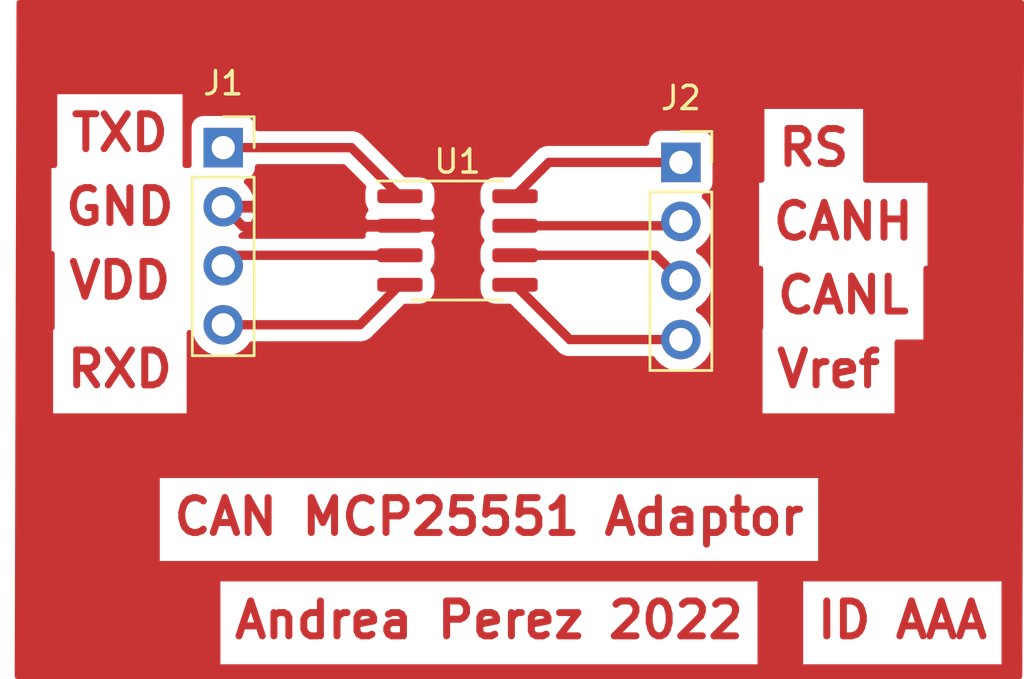
<source format=kicad_pcb>
(kicad_pcb (version 20171130) (host pcbnew 5.1.5+dfsg1-2build2)

  (general
    (thickness 1.6)
    (drawings 11)
    (tracks 21)
    (zones 0)
    (modules 3)
    (nets 9)
  )

  (page A4)
  (layers
    (0 F.Cu signal)
    (31 B.Cu signal)
    (32 B.Adhes user)
    (33 F.Adhes user)
    (34 B.Paste user)
    (35 F.Paste user)
    (36 B.SilkS user)
    (37 F.SilkS user)
    (38 B.Mask user)
    (39 F.Mask user)
    (40 Dwgs.User user)
    (41 Cmts.User user)
    (42 Eco1.User user)
    (43 Eco2.User user)
    (44 Edge.Cuts user)
    (45 Margin user)
    (46 B.CrtYd user)
    (47 F.CrtYd user)
    (48 B.Fab user)
    (49 F.Fab user)
  )

  (setup
    (last_trace_width 0.4)
    (user_trace_width 0.4)
    (trace_clearance 0.2)
    (zone_clearance 0.508)
    (zone_45_only no)
    (trace_min 0.2)
    (via_size 0.8)
    (via_drill 0.4)
    (via_min_size 0.4)
    (via_min_drill 0.3)
    (uvia_size 0.3)
    (uvia_drill 0.1)
    (uvias_allowed no)
    (uvia_min_size 0.2)
    (uvia_min_drill 0.1)
    (edge_width 0.05)
    (segment_width 0.2)
    (pcb_text_width 0.3)
    (pcb_text_size 1.5 1.5)
    (mod_edge_width 0.12)
    (mod_text_size 1 1)
    (mod_text_width 0.15)
    (pad_size 1.524 1.524)
    (pad_drill 0.762)
    (pad_to_mask_clearance 0.051)
    (solder_mask_min_width 0.25)
    (aux_axis_origin 0 0)
    (visible_elements FFFFFF7F)
    (pcbplotparams
      (layerselection 0x010fc_ffffffff)
      (usegerberextensions false)
      (usegerberattributes false)
      (usegerberadvancedattributes false)
      (creategerberjobfile false)
      (excludeedgelayer true)
      (linewidth 0.100000)
      (plotframeref false)
      (viasonmask false)
      (mode 1)
      (useauxorigin false)
      (hpglpennumber 1)
      (hpglpenspeed 20)
      (hpglpendiameter 15.000000)
      (psnegative false)
      (psa4output false)
      (plotreference true)
      (plotvalue true)
      (plotinvisibletext false)
      (padsonsilk false)
      (subtractmaskfromsilk false)
      (outputformat 1)
      (mirror false)
      (drillshape 1)
      (scaleselection 1)
      (outputdirectory ""))
  )

  (net 0 "")
  (net 1 "Net-(J1-Pad1)")
  (net 2 "Net-(J2-Pad1)")
  (net 3 GND)
  (net 4 "Net-(J1-Pad3)")
  (net 5 "Net-(J2-Pad2)")
  (net 6 "Net-(J2-Pad4)")
  (net 7 "Net-(J2-Pad3)")
  (net 8 "Net-(J1-Pad4)")

  (net_class Default "Esta es la clase de red por defecto."
    (clearance 0.2)
    (trace_width 0.25)
    (via_dia 0.8)
    (via_drill 0.4)
    (uvia_dia 0.3)
    (uvia_drill 0.1)
    (add_net GND)
    (add_net "Net-(J1-Pad1)")
    (add_net "Net-(J1-Pad3)")
    (add_net "Net-(J1-Pad4)")
    (add_net "Net-(J2-Pad1)")
    (add_net "Net-(J2-Pad2)")
    (add_net "Net-(J2-Pad3)")
    (add_net "Net-(J2-Pad4)")
  )

  (module Connector_PinSocket_2.54mm:PinSocket_1x04_P2.54mm_Vertical (layer F.Cu) (tedit 5A19A429) (tstamp 61F17BCA)
    (at 53.975 31.75)
    (descr "Through hole straight socket strip, 1x04, 2.54mm pitch, single row (from Kicad 4.0.7), script generated")
    (tags "Through hole socket strip THT 1x04 2.54mm single row")
    (path /61F1A545)
    (fp_text reference J2 (at 0 -2.77) (layer F.SilkS)
      (effects (font (size 1 1) (thickness 0.15)))
    )
    (fp_text value Conn_01x04_MountingPin (at 0 10.39) (layer F.Fab)
      (effects (font (size 1 1) (thickness 0.15)))
    )
    (fp_line (start -1.27 -1.27) (end 0.635 -1.27) (layer F.Fab) (width 0.1))
    (fp_line (start 0.635 -1.27) (end 1.27 -0.635) (layer F.Fab) (width 0.1))
    (fp_line (start 1.27 -0.635) (end 1.27 8.89) (layer F.Fab) (width 0.1))
    (fp_line (start 1.27 8.89) (end -1.27 8.89) (layer F.Fab) (width 0.1))
    (fp_line (start -1.27 8.89) (end -1.27 -1.27) (layer F.Fab) (width 0.1))
    (fp_line (start -1.33 1.27) (end 1.33 1.27) (layer F.SilkS) (width 0.12))
    (fp_line (start -1.33 1.27) (end -1.33 8.95) (layer F.SilkS) (width 0.12))
    (fp_line (start -1.33 8.95) (end 1.33 8.95) (layer F.SilkS) (width 0.12))
    (fp_line (start 1.33 1.27) (end 1.33 8.95) (layer F.SilkS) (width 0.12))
    (fp_line (start 1.33 -1.33) (end 1.33 0) (layer F.SilkS) (width 0.12))
    (fp_line (start 0 -1.33) (end 1.33 -1.33) (layer F.SilkS) (width 0.12))
    (fp_line (start -1.8 -1.8) (end 1.75 -1.8) (layer F.CrtYd) (width 0.05))
    (fp_line (start 1.75 -1.8) (end 1.75 9.4) (layer F.CrtYd) (width 0.05))
    (fp_line (start 1.75 9.4) (end -1.8 9.4) (layer F.CrtYd) (width 0.05))
    (fp_line (start -1.8 9.4) (end -1.8 -1.8) (layer F.CrtYd) (width 0.05))
    (fp_text user %R (at 0 3.81 90) (layer F.Fab)
      (effects (font (size 1 1) (thickness 0.15)))
    )
    (pad 1 thru_hole rect (at 0 0) (size 1.7 1.7) (drill 1) (layers *.Cu *.Mask)
      (net 2 "Net-(J2-Pad1)"))
    (pad 2 thru_hole oval (at 0 2.54) (size 1.7 1.7) (drill 1) (layers *.Cu *.Mask)
      (net 5 "Net-(J2-Pad2)"))
    (pad 3 thru_hole oval (at 0 5.08) (size 1.7 1.7) (drill 1) (layers *.Cu *.Mask)
      (net 7 "Net-(J2-Pad3)"))
    (pad 4 thru_hole oval (at 0 7.62) (size 1.7 1.7) (drill 1) (layers *.Cu *.Mask)
      (net 6 "Net-(J2-Pad4)"))
    (model ${KISYS3DMOD}/Connector_PinSocket_2.54mm.3dshapes/PinSocket_1x04_P2.54mm_Vertical.wrl
      (at (xyz 0 0 0))
      (scale (xyz 1 1 1))
      (rotate (xyz 0 0 0))
    )
  )

  (module Package_SO:SOIC-8_3.9x4.9mm_P1.27mm (layer F.Cu) (tedit 5D9F72B1) (tstamp 61EF79A9)
    (at 44.365001 35.110001)
    (descr "SOIC, 8 Pin (JEDEC MS-012AA, https://www.analog.com/media/en/package-pcb-resources/package/pkg_pdf/soic_narrow-r/r_8.pdf), generated with kicad-footprint-generator ipc_gullwing_generator.py")
    (tags "SOIC SO")
    (path /61EF215D)
    (attr smd)
    (fp_text reference U1 (at 0 -3.4) (layer F.SilkS)
      (effects (font (size 1 1) (thickness 0.15)))
    )
    (fp_text value MCP2551-I-SN (at 0 3.4) (layer F.Fab)
      (effects (font (size 1 1) (thickness 0.15)))
    )
    (fp_line (start 0 2.56) (end 1.95 2.56) (layer F.SilkS) (width 0.12))
    (fp_line (start 0 2.56) (end -1.95 2.56) (layer F.SilkS) (width 0.12))
    (fp_line (start 0 -2.56) (end 1.95 -2.56) (layer F.SilkS) (width 0.12))
    (fp_line (start 0 -2.56) (end -3.45 -2.56) (layer F.SilkS) (width 0.12))
    (fp_line (start -0.975 -2.45) (end 1.95 -2.45) (layer F.Fab) (width 0.1))
    (fp_line (start 1.95 -2.45) (end 1.95 2.45) (layer F.Fab) (width 0.1))
    (fp_line (start 1.95 2.45) (end -1.95 2.45) (layer F.Fab) (width 0.1))
    (fp_line (start -1.95 2.45) (end -1.95 -1.475) (layer F.Fab) (width 0.1))
    (fp_line (start -1.95 -1.475) (end -0.975 -2.45) (layer F.Fab) (width 0.1))
    (fp_line (start -3.7 -2.7) (end -3.7 2.7) (layer F.CrtYd) (width 0.05))
    (fp_line (start -3.7 2.7) (end 3.7 2.7) (layer F.CrtYd) (width 0.05))
    (fp_line (start 3.7 2.7) (end 3.7 -2.7) (layer F.CrtYd) (width 0.05))
    (fp_line (start 3.7 -2.7) (end -3.7 -2.7) (layer F.CrtYd) (width 0.05))
    (fp_text user %R (at 0 0) (layer F.Fab)
      (effects (font (size 0.98 0.98) (thickness 0.15)))
    )
    (pad 1 smd roundrect (at -2.475 -1.905) (size 1.95 0.6) (layers F.Cu F.Paste F.Mask) (roundrect_rratio 0.25)
      (net 1 "Net-(J1-Pad1)"))
    (pad 2 smd roundrect (at -2.475 -0.635) (size 1.95 0.6) (layers F.Cu F.Paste F.Mask) (roundrect_rratio 0.25)
      (net 3 GND))
    (pad 3 smd roundrect (at -2.475 0.635) (size 1.95 0.6) (layers F.Cu F.Paste F.Mask) (roundrect_rratio 0.25)
      (net 4 "Net-(J1-Pad3)"))
    (pad 4 smd roundrect (at -2.475 1.905) (size 1.95 0.6) (layers F.Cu F.Paste F.Mask) (roundrect_rratio 0.25)
      (net 8 "Net-(J1-Pad4)"))
    (pad 5 smd roundrect (at 2.475 1.905) (size 1.95 0.6) (layers F.Cu F.Paste F.Mask) (roundrect_rratio 0.25)
      (net 6 "Net-(J2-Pad4)"))
    (pad 6 smd roundrect (at 2.475 0.635) (size 1.95 0.6) (layers F.Cu F.Paste F.Mask) (roundrect_rratio 0.25)
      (net 7 "Net-(J2-Pad3)"))
    (pad 7 smd roundrect (at 2.475 -0.635) (size 1.95 0.6) (layers F.Cu F.Paste F.Mask) (roundrect_rratio 0.25)
      (net 5 "Net-(J2-Pad2)"))
    (pad 8 smd roundrect (at 2.475 -1.905) (size 1.95 0.6) (layers F.Cu F.Paste F.Mask) (roundrect_rratio 0.25)
      (net 2 "Net-(J2-Pad1)"))
    (model ${KISYS3DMOD}/Package_SO.3dshapes/SOIC-8_3.9x4.9mm_P1.27mm.wrl
      (at (xyz 0 0 0))
      (scale (xyz 1 1 1))
      (rotate (xyz 0 0 0))
    )
  )

  (module Connector_PinSocket_2.54mm:PinSocket_1x04_P2.54mm_Vertical (layer F.Cu) (tedit 5A19A429) (tstamp 61F17DC3)
    (at 34.29 31.115)
    (descr "Through hole straight socket strip, 1x04, 2.54mm pitch, single row (from Kicad 4.0.7), script generated")
    (tags "Through hole socket strip THT 1x04 2.54mm single row")
    (path /61F22E11)
    (fp_text reference J1 (at 0 -2.77) (layer F.SilkS)
      (effects (font (size 1 1) (thickness 0.15)))
    )
    (fp_text value Conn_01x04_MountingPin (at 0 10.39) (layer F.Fab)
      (effects (font (size 1 1) (thickness 0.15)))
    )
    (fp_line (start -1.27 -1.27) (end 0.635 -1.27) (layer F.Fab) (width 0.1))
    (fp_line (start 0.635 -1.27) (end 1.27 -0.635) (layer F.Fab) (width 0.1))
    (fp_line (start 1.27 -0.635) (end 1.27 8.89) (layer F.Fab) (width 0.1))
    (fp_line (start 1.27 8.89) (end -1.27 8.89) (layer F.Fab) (width 0.1))
    (fp_line (start -1.27 8.89) (end -1.27 -1.27) (layer F.Fab) (width 0.1))
    (fp_line (start -1.33 1.27) (end 1.33 1.27) (layer F.SilkS) (width 0.12))
    (fp_line (start -1.33 1.27) (end -1.33 8.95) (layer F.SilkS) (width 0.12))
    (fp_line (start -1.33 8.95) (end 1.33 8.95) (layer F.SilkS) (width 0.12))
    (fp_line (start 1.33 1.27) (end 1.33 8.95) (layer F.SilkS) (width 0.12))
    (fp_line (start 1.33 -1.33) (end 1.33 0) (layer F.SilkS) (width 0.12))
    (fp_line (start 0 -1.33) (end 1.33 -1.33) (layer F.SilkS) (width 0.12))
    (fp_line (start -1.8 -1.8) (end 1.75 -1.8) (layer F.CrtYd) (width 0.05))
    (fp_line (start 1.75 -1.8) (end 1.75 9.4) (layer F.CrtYd) (width 0.05))
    (fp_line (start 1.75 9.4) (end -1.8 9.4) (layer F.CrtYd) (width 0.05))
    (fp_line (start -1.8 9.4) (end -1.8 -1.8) (layer F.CrtYd) (width 0.05))
    (fp_text user %R (at 0 3.81 90) (layer F.Fab)
      (effects (font (size 1 1) (thickness 0.15)))
    )
    (pad 1 thru_hole rect (at 0 0) (size 1.7 1.7) (drill 1) (layers *.Cu *.Mask)
      (net 1 "Net-(J1-Pad1)"))
    (pad 2 thru_hole oval (at 0 2.54) (size 1.7 1.7) (drill 1) (layers *.Cu *.Mask)
      (net 3 GND))
    (pad 3 thru_hole oval (at 0 5.08) (size 1.7 1.7) (drill 1) (layers *.Cu *.Mask)
      (net 4 "Net-(J1-Pad3)"))
    (pad 4 thru_hole oval (at 0 7.62) (size 1.7 1.7) (drill 1) (layers *.Cu *.Mask)
      (net 8 "Net-(J1-Pad4)"))
    (model ${KISYS3DMOD}/Connector_PinSocket_2.54mm.3dshapes/PinSocket_1x04_P2.54mm_Vertical.wrl
      (at (xyz 0 0 0))
      (scale (xyz 1 1 1))
      (rotate (xyz 0 0 0))
    )
  )

  (gr_text "ID AAA" (at 63.5 51.435) (layer F.Cu)
    (effects (font (size 1.5 1.5) (thickness 0.3)))
  )
  (gr_text "Andrea Perez 2022" (at 45.72 51.435) (layer F.Cu)
    (effects (font (size 1.5 1.5) (thickness 0.3)))
  )
  (gr_text GND (at 29.845 33.655) (layer F.Cu)
    (effects (font (size 1.5 1.5) (thickness 0.3)))
  )
  (gr_text "CAN MCP25551 Adaptor" (at 45.72 46.99) (layer F.Cu)
    (effects (font (size 1.5 1.5) (thickness 0.3)))
  )
  (gr_text Vref (at 60.325 40.64) (layer F.Cu)
    (effects (font (size 1.5 1.5) (thickness 0.3)))
  )
  (gr_text CANH (at 60.96 34.29) (layer F.Cu)
    (effects (font (size 1.5 1.5) (thickness 0.3)))
  )
  (gr_text CANL (at 60.96 37.465) (layer F.Cu)
    (effects (font (size 1.5 1.5) (thickness 0.3)))
  )
  (gr_text RS (at 59.69 31.115) (layer F.Cu)
    (effects (font (size 1.5 1.5) (thickness 0.3)))
  )
  (gr_text RXD (at 29.845 40.64) (layer F.Cu)
    (effects (font (size 1.5 1.5) (thickness 0.3)))
  )
  (gr_text VDD (at 29.845 36.83) (layer F.Cu)
    (effects (font (size 1.5 1.5) (thickness 0.3)))
  )
  (gr_text TXD (at 29.845 30.48) (layer F.Cu)
    (effects (font (size 1.5 1.5) (thickness 0.3)))
  )

  (segment (start 41.705 33.02) (end 41.890001 33.205001) (width 0.25) (layer F.Cu) (net 1))
  (segment (start 39.8 31.115) (end 41.890001 33.205001) (width 0.4) (layer F.Cu) (net 1))
  (segment (start 34.29 31.115) (end 39.8 31.115) (width 0.4) (layer F.Cu) (net 1))
  (segment (start 48.295002 31.75) (end 53.975 31.75) (width 0.4) (layer F.Cu) (net 2))
  (segment (start 46.840001 33.205001) (end 48.295002 31.75) (width 0.4) (layer F.Cu) (net 2))
  (segment (start 40.915001 34.475001) (end 41.890001 34.475001) (width 0.25) (layer F.Cu) (net 3))
  (segment (start 41.860003 34.504999) (end 41.890001 34.475001) (width 0.4) (layer F.Cu) (net 3))
  (segment (start 35.139999 34.504999) (end 41.860003 34.504999) (width 0.4) (layer F.Cu) (net 3))
  (segment (start 34.29 33.655) (end 35.139999 34.504999) (width 0.4) (layer F.Cu) (net 3))
  (segment (start 40.915001 35.745001) (end 41.890001 35.745001) (width 0.4) (layer F.Cu) (net 4))
  (segment (start 34.739999 35.745001) (end 34.29 36.195) (width 0.4) (layer F.Cu) (net 4))
  (segment (start 41.890001 35.745001) (end 34.739999 35.745001) (width 0.4) (layer F.Cu) (net 4))
  (segment (start 53.789999 34.475001) (end 53.975 34.29) (width 0.4) (layer F.Cu) (net 5))
  (segment (start 46.840001 34.475001) (end 53.789999 34.475001) (width 0.4) (layer F.Cu) (net 5))
  (segment (start 46.840001 37.015001) (end 49.195 39.37) (width 0.4) (layer F.Cu) (net 6))
  (segment (start 49.195 39.37) (end 53.975 39.37) (width 0.4) (layer F.Cu) (net 6))
  (segment (start 47.815001 35.745001) (end 46.840001 35.745001) (width 0.4) (layer F.Cu) (net 7))
  (segment (start 52.890001 35.745001) (end 46.840001 35.745001) (width 0.4) (layer F.Cu) (net 7))
  (segment (start 53.975 36.83) (end 52.890001 35.745001) (width 0.4) (layer F.Cu) (net 7))
  (segment (start 40.170002 38.735) (end 41.890001 37.015001) (width 0.4) (layer F.Cu) (net 8))
  (segment (start 34.29 38.735) (end 40.170002 38.735) (width 0.4) (layer F.Cu) (net 8))

  (zone (net 3) (net_name GND) (layer F.Cu) (tstamp 61F180F8) (hatch edge 0.508)
    (connect_pads (clearance 0.508))
    (min_thickness 0.254)
    (fill yes (arc_segments 32) (thermal_gap 0.508) (thermal_bridge_width 0.508))
    (polygon
      (pts
        (xy 68.659375 53.975) (xy 25.320625 53.975) (xy 25.4 24.765) (xy 68.73875 24.765)
      )
    )
    (filled_polygon
      (pts
        (xy 68.532719 53.848) (xy 25.447971 53.848) (xy 25.459391 49.645) (xy 34.042143 49.645) (xy 34.042143 53.465)
        (xy 57.397857 53.465) (xy 57.397857 49.645) (xy 59.107857 49.645) (xy 59.107857 53.465) (xy 67.892143 53.465)
        (xy 67.892143 49.645) (xy 59.107857 49.645) (xy 57.397857 49.645) (xy 34.042143 49.645) (xy 25.459391 49.645)
        (xy 25.47147 45.2) (xy 31.435 45.2) (xy 31.435 49.02) (xy 60.005 49.02) (xy 60.005 45.2)
        (xy 31.435 45.2) (xy 25.47147 45.2) (xy 25.507707 31.865) (xy 26.774286 31.865) (xy 26.774286 35.685)
        (xy 26.917143 35.685) (xy 26.917143 38.85) (xy 26.845715 38.85) (xy 26.845715 42.67) (xy 32.844286 42.67)
        (xy 32.844286 39.078763) (xy 32.862068 39.168158) (xy 32.97401 39.438411) (xy 33.136525 39.681632) (xy 33.343368 39.888475)
        (xy 33.586589 40.05099) (xy 33.856842 40.162932) (xy 34.14374 40.22) (xy 34.43626 40.22) (xy 34.723158 40.162932)
        (xy 34.993411 40.05099) (xy 35.236632 39.888475) (xy 35.443475 39.681632) (xy 35.518065 39.57) (xy 40.128984 39.57)
        (xy 40.170002 39.57404) (xy 40.21102 39.57) (xy 40.211021 39.57) (xy 40.333691 39.557918) (xy 40.491089 39.510172)
        (xy 40.636148 39.432636) (xy 40.763293 39.328291) (xy 40.789448 39.296421) (xy 42.132798 37.953073) (xy 42.715001 37.953073)
        (xy 42.868746 37.93793) (xy 43.016583 37.893085) (xy 43.15283 37.820259) (xy 43.272252 37.722252) (xy 43.370259 37.60283)
        (xy 43.443085 37.466583) (xy 43.48793 37.318746) (xy 43.503073 37.165001) (xy 43.503073 36.865001) (xy 43.48793 36.711256)
        (xy 43.443085 36.563419) (xy 43.370259 36.427172) (xy 43.331547 36.380001) (xy 43.370259 36.33283) (xy 43.443085 36.196583)
        (xy 43.48793 36.048746) (xy 43.503073 35.895001) (xy 43.503073 35.595001) (xy 43.48793 35.441256) (xy 43.443085 35.293419)
        (xy 43.371271 35.159065) (xy 43.395538 35.129495) (xy 43.454503 35.019181) (xy 43.490813 34.899483) (xy 43.503073 34.775001)
        (xy 43.500001 34.760751) (xy 43.341251 34.602001) (xy 42.017001 34.602001) (xy 42.017001 34.622001) (xy 41.763001 34.622001)
        (xy 41.763001 34.602001) (xy 40.438751 34.602001) (xy 40.280001 34.760751) (xy 40.276929 34.775001) (xy 40.289189 34.899483)
        (xy 40.29238 34.910001) (xy 35.070925 34.910001) (xy 35.171355 34.850178) (xy 35.387588 34.655269) (xy 35.561641 34.42192)
        (xy 35.686825 34.159099) (xy 35.731476 34.01189) (xy 35.610155 33.782) (xy 34.417 33.782) (xy 34.417 33.802)
        (xy 34.163 33.802) (xy 34.163 33.782) (xy 34.143 33.782) (xy 34.143 33.528) (xy 34.163 33.528)
        (xy 34.163 33.508) (xy 34.417 33.508) (xy 34.417 33.528) (xy 35.610155 33.528) (xy 35.731476 33.29811)
        (xy 35.686825 33.150901) (xy 35.561641 32.88808) (xy 35.387588 32.654731) (xy 35.303534 32.578966) (xy 35.38418 32.554502)
        (xy 35.494494 32.495537) (xy 35.591185 32.416185) (xy 35.670537 32.319494) (xy 35.729502 32.20918) (xy 35.765812 32.089482)
        (xy 35.778072 31.965) (xy 35.778072 31.95) (xy 39.454133 31.95) (xy 40.318445 32.814313) (xy 40.292072 32.901256)
        (xy 40.276929 33.055001) (xy 40.276929 33.355001) (xy 40.292072 33.508746) (xy 40.336917 33.656583) (xy 40.408731 33.790937)
        (xy 40.384464 33.820507) (xy 40.325499 33.930821) (xy 40.289189 34.050519) (xy 40.276929 34.175001) (xy 40.280001 34.189251)
        (xy 40.438751 34.348001) (xy 41.763001 34.348001) (xy 41.763001 34.328001) (xy 42.017001 34.328001) (xy 42.017001 34.348001)
        (xy 43.341251 34.348001) (xy 43.500001 34.189251) (xy 43.503073 34.175001) (xy 43.490813 34.050519) (xy 43.454503 33.930821)
        (xy 43.395538 33.820507) (xy 43.371271 33.790937) (xy 43.443085 33.656583) (xy 43.48793 33.508746) (xy 43.503073 33.355001)
        (xy 43.503073 33.055001) (xy 45.226929 33.055001) (xy 45.226929 33.355001) (xy 45.242072 33.508746) (xy 45.286917 33.656583)
        (xy 45.359743 33.79283) (xy 45.398455 33.840001) (xy 45.359743 33.887172) (xy 45.286917 34.023419) (xy 45.242072 34.171256)
        (xy 45.226929 34.325001) (xy 45.226929 34.625001) (xy 45.242072 34.778746) (xy 45.286917 34.926583) (xy 45.359743 35.06283)
        (xy 45.398455 35.110001) (xy 45.359743 35.157172) (xy 45.286917 35.293419) (xy 45.242072 35.441256) (xy 45.226929 35.595001)
        (xy 45.226929 35.895001) (xy 45.242072 36.048746) (xy 45.286917 36.196583) (xy 45.359743 36.33283) (xy 45.398455 36.380001)
        (xy 45.359743 36.427172) (xy 45.286917 36.563419) (xy 45.242072 36.711256) (xy 45.226929 36.865001) (xy 45.226929 37.165001)
        (xy 45.242072 37.318746) (xy 45.286917 37.466583) (xy 45.359743 37.60283) (xy 45.45775 37.722252) (xy 45.577172 37.820259)
        (xy 45.713419 37.893085) (xy 45.861256 37.93793) (xy 46.015001 37.953073) (xy 46.597206 37.953073) (xy 48.575563 39.931432)
        (xy 48.601709 39.963291) (xy 48.728854 40.067636) (xy 48.873913 40.145172) (xy 49.031311 40.192918) (xy 49.153981 40.205)
        (xy 49.153982 40.205) (xy 49.195 40.20904) (xy 49.236018 40.205) (xy 52.746935 40.205) (xy 52.821525 40.316632)
        (xy 53.028368 40.523475) (xy 53.271589 40.68599) (xy 53.541842 40.797932) (xy 53.82874 40.855) (xy 54.12126 40.855)
        (xy 54.408158 40.797932) (xy 54.678411 40.68599) (xy 54.921632 40.523475) (xy 55.128475 40.316632) (xy 55.29099 40.073411)
        (xy 55.402932 39.803158) (xy 55.46 39.51626) (xy 55.46 39.22374) (xy 55.402932 38.936842) (xy 55.29099 38.666589)
        (xy 55.128475 38.423368) (xy 54.921632 38.216525) (xy 54.74724 38.1) (xy 54.921632 37.983475) (xy 55.128475 37.776632)
        (xy 55.29099 37.533411) (xy 55.402932 37.263158) (xy 55.46 36.97626) (xy 55.46 36.68374) (xy 55.402932 36.396842)
        (xy 55.29099 36.126589) (xy 55.128475 35.883368) (xy 54.921632 35.676525) (xy 54.74724 35.56) (xy 54.921632 35.443475)
        (xy 55.128475 35.236632) (xy 55.29099 34.993411) (xy 55.402932 34.723158) (xy 55.46 34.43626) (xy 55.46 34.14374)
        (xy 55.402932 33.856842) (xy 55.29099 33.586589) (xy 55.128475 33.343368) (xy 54.99662 33.211513) (xy 55.06918 33.189502)
        (xy 55.179494 33.130537) (xy 55.276185 33.051185) (xy 55.355537 32.954494) (xy 55.414502 32.84418) (xy 55.450812 32.724482)
        (xy 55.463072 32.6) (xy 55.463072 32.5) (xy 57.210715 32.5) (xy 57.210715 36.32) (xy 57.389286 36.32)
        (xy 57.389286 38.85) (xy 57.361429 38.85) (xy 57.361429 42.67) (xy 63.288572 42.67) (xy 63.288572 39.495)
        (xy 64.530715 39.495) (xy 64.530715 36.32) (xy 64.709286 36.32) (xy 64.709286 32.5) (xy 61.939286 32.5)
        (xy 61.939286 29.325) (xy 57.440715 29.325) (xy 57.440715 32.5) (xy 57.210715 32.5) (xy 55.463072 32.5)
        (xy 55.463072 30.9) (xy 55.450812 30.775518) (xy 55.414502 30.65582) (xy 55.355537 30.545506) (xy 55.276185 30.448815)
        (xy 55.179494 30.369463) (xy 55.06918 30.310498) (xy 54.949482 30.274188) (xy 54.825 30.261928) (xy 53.125 30.261928)
        (xy 53.000518 30.274188) (xy 52.88082 30.310498) (xy 52.770506 30.369463) (xy 52.673815 30.448815) (xy 52.594463 30.545506)
        (xy 52.535498 30.65582) (xy 52.499188 30.775518) (xy 52.486928 30.9) (xy 52.486928 30.915) (xy 48.33602 30.915)
        (xy 48.295001 30.91096) (xy 48.253983 30.915) (xy 48.131313 30.927082) (xy 47.973915 30.974828) (xy 47.828856 31.052364)
        (xy 47.701711 31.156709) (xy 47.675561 31.188574) (xy 46.597206 32.266929) (xy 46.015001 32.266929) (xy 45.861256 32.282072)
        (xy 45.713419 32.326917) (xy 45.577172 32.399743) (xy 45.45775 32.49775) (xy 45.359743 32.617172) (xy 45.286917 32.753419)
        (xy 45.242072 32.901256) (xy 45.226929 33.055001) (xy 43.503073 33.055001) (xy 43.48793 32.901256) (xy 43.443085 32.753419)
        (xy 43.370259 32.617172) (xy 43.272252 32.49775) (xy 43.15283 32.399743) (xy 43.016583 32.326917) (xy 42.868746 32.282072)
        (xy 42.715001 32.266929) (xy 42.132798 32.266929) (xy 40.419446 30.553579) (xy 40.393291 30.521709) (xy 40.266146 30.417364)
        (xy 40.121087 30.339828) (xy 39.963689 30.292082) (xy 39.841019 30.28) (xy 39.841018 30.28) (xy 39.8 30.27596)
        (xy 39.758982 30.28) (xy 35.778072 30.28) (xy 35.778072 30.265) (xy 35.765812 30.140518) (xy 35.729502 30.02082)
        (xy 35.670537 29.910506) (xy 35.591185 29.813815) (xy 35.494494 29.734463) (xy 35.38418 29.675498) (xy 35.264482 29.639188)
        (xy 35.14 29.626928) (xy 33.44 29.626928) (xy 33.315518 29.639188) (xy 33.19582 29.675498) (xy 33.085506 29.734463)
        (xy 32.988815 29.813815) (xy 32.909463 29.910506) (xy 32.850498 30.02082) (xy 32.814188 30.140518) (xy 32.801928 30.265)
        (xy 32.801928 31.865) (xy 32.665715 31.865) (xy 32.665715 28.69) (xy 27.024286 28.69) (xy 27.024286 31.865)
        (xy 26.774286 31.865) (xy 25.507707 31.865) (xy 25.526656 24.892) (xy 68.611404 24.892)
      )
    )
  )
)

</source>
